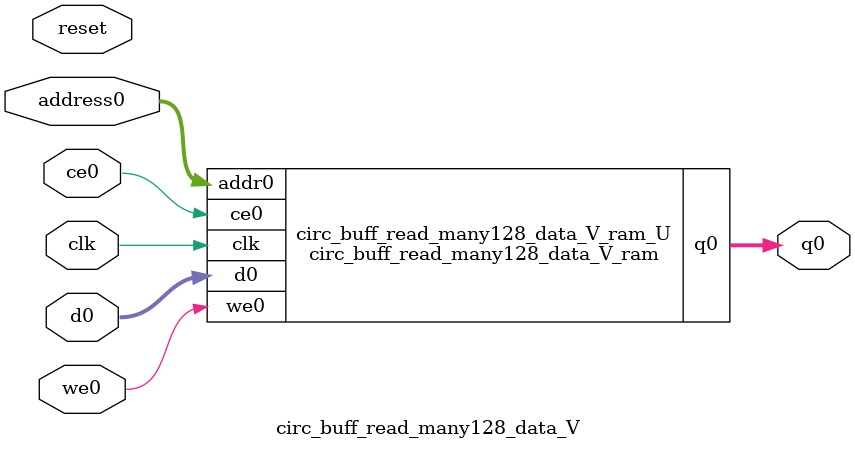
<source format=v>
`timescale 1 ns / 1 ps
module circ_buff_read_many128_data_V_ram (addr0, ce0, d0, we0, q0,  clk);

parameter DWIDTH = 128;
parameter AWIDTH = 9;
parameter MEM_SIZE = 512;

input[AWIDTH-1:0] addr0;
input ce0;
input[DWIDTH-1:0] d0;
input we0;
output reg[DWIDTH-1:0] q0;
input clk;

(* ram_style = "block" *)reg [DWIDTH-1:0] ram[0:MEM_SIZE-1];




always @(posedge clk)  
begin 
    if (ce0) 
    begin
        if (we0) 
        begin 
            ram[addr0] <= d0; 
        end 
        q0 <= ram[addr0];
    end
end


endmodule

`timescale 1 ns / 1 ps
module circ_buff_read_many128_data_V(
    reset,
    clk,
    address0,
    ce0,
    we0,
    d0,
    q0);

parameter DataWidth = 32'd128;
parameter AddressRange = 32'd512;
parameter AddressWidth = 32'd9;
input reset;
input clk;
input[AddressWidth - 1:0] address0;
input ce0;
input we0;
input[DataWidth - 1:0] d0;
output[DataWidth - 1:0] q0;



circ_buff_read_many128_data_V_ram circ_buff_read_many128_data_V_ram_U(
    .clk( clk ),
    .addr0( address0 ),
    .ce0( ce0 ),
    .we0( we0 ),
    .d0( d0 ),
    .q0( q0 ));

endmodule


</source>
